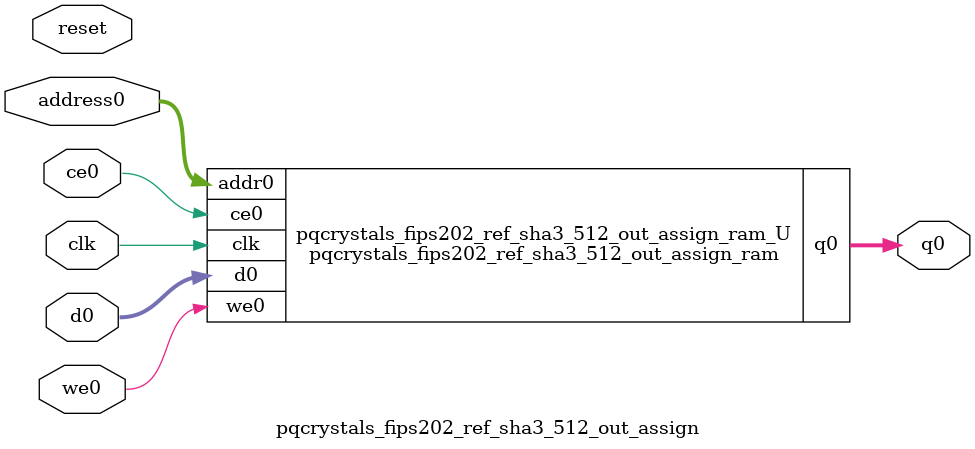
<source format=v>
`timescale 1 ns / 1 ps
module pqcrystals_fips202_ref_sha3_512_out_assign_ram (addr0, ce0, d0, we0, q0,  clk);

parameter DWIDTH = 8;
parameter AWIDTH = 7;
parameter MEM_SIZE = 72;

input[AWIDTH-1:0] addr0;
input ce0;
input[DWIDTH-1:0] d0;
input we0;
output reg[DWIDTH-1:0] q0;
input clk;

(* ram_style = "distributed" *)reg [DWIDTH-1:0] ram[0:MEM_SIZE-1];




always @(posedge clk)  
begin 
    if (ce0) 
    begin
        if (we0) 
        begin 
            ram[addr0] <= d0; 
        end 
        q0 <= ram[addr0];
    end
end


endmodule

`timescale 1 ns / 1 ps
module pqcrystals_fips202_ref_sha3_512_out_assign(
    reset,
    clk,
    address0,
    ce0,
    we0,
    d0,
    q0);

parameter DataWidth = 32'd8;
parameter AddressRange = 32'd72;
parameter AddressWidth = 32'd7;
input reset;
input clk;
input[AddressWidth - 1:0] address0;
input ce0;
input we0;
input[DataWidth - 1:0] d0;
output[DataWidth - 1:0] q0;



pqcrystals_fips202_ref_sha3_512_out_assign_ram pqcrystals_fips202_ref_sha3_512_out_assign_ram_U(
    .clk( clk ),
    .addr0( address0 ),
    .ce0( ce0 ),
    .we0( we0 ),
    .d0( d0 ),
    .q0( q0 ));

endmodule


</source>
